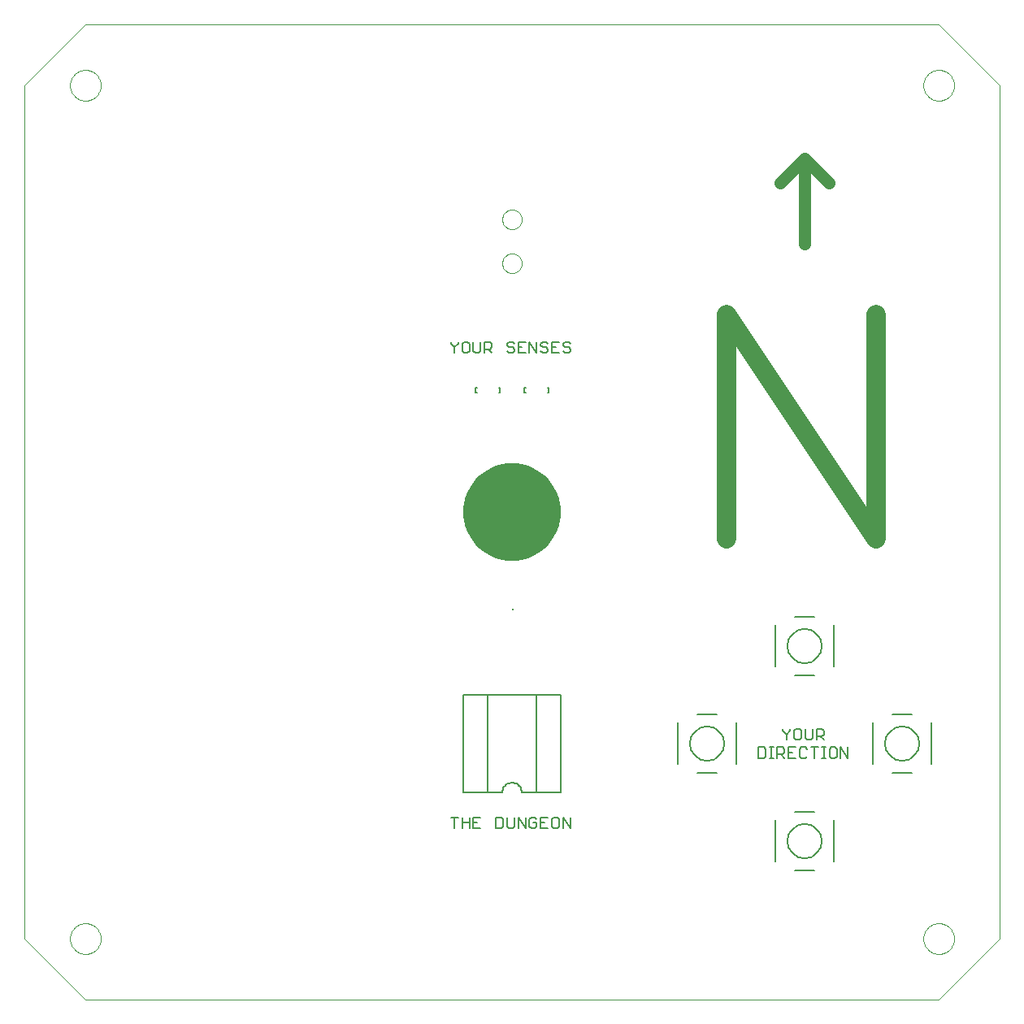
<source format=gto>
G75*
%MOIN*%
%OFA0B0*%
%FSLAX24Y24*%
%IPPOS*%
%LPD*%
%AMOC8*
5,1,8,0,0,1.08239X$1,22.5*
%
%ADD10C,0.0000*%
%ADD11C,0.0800*%
%ADD12C,0.0050*%
%ADD13C,0.0500*%
%ADD14C,0.2000*%
%ADD15C,0.0080*%
%ADD16C,0.0060*%
%ADD17R,0.0079X0.0079*%
D10*
X002680Y003220D02*
X005180Y000720D01*
X040180Y000720D01*
X042680Y003220D01*
X042680Y038220D01*
X040180Y040716D01*
X005180Y040716D01*
X002680Y038220D01*
X002680Y003220D01*
X004550Y003220D02*
X004552Y003270D01*
X004558Y003320D01*
X004568Y003369D01*
X004582Y003417D01*
X004599Y003464D01*
X004620Y003509D01*
X004645Y003553D01*
X004673Y003594D01*
X004705Y003633D01*
X004739Y003670D01*
X004776Y003704D01*
X004816Y003734D01*
X004858Y003761D01*
X004902Y003785D01*
X004948Y003806D01*
X004995Y003822D01*
X005043Y003835D01*
X005093Y003844D01*
X005142Y003849D01*
X005193Y003850D01*
X005243Y003847D01*
X005292Y003840D01*
X005341Y003829D01*
X005389Y003814D01*
X005435Y003796D01*
X005480Y003774D01*
X005523Y003748D01*
X005564Y003719D01*
X005603Y003687D01*
X005639Y003652D01*
X005671Y003614D01*
X005701Y003574D01*
X005728Y003531D01*
X005751Y003487D01*
X005770Y003441D01*
X005786Y003393D01*
X005798Y003344D01*
X005806Y003295D01*
X005810Y003245D01*
X005810Y003195D01*
X005806Y003145D01*
X005798Y003096D01*
X005786Y003047D01*
X005770Y002999D01*
X005751Y002953D01*
X005728Y002909D01*
X005701Y002866D01*
X005671Y002826D01*
X005639Y002788D01*
X005603Y002753D01*
X005564Y002721D01*
X005523Y002692D01*
X005480Y002666D01*
X005435Y002644D01*
X005389Y002626D01*
X005341Y002611D01*
X005292Y002600D01*
X005243Y002593D01*
X005193Y002590D01*
X005142Y002591D01*
X005093Y002596D01*
X005043Y002605D01*
X004995Y002618D01*
X004948Y002634D01*
X004902Y002655D01*
X004858Y002679D01*
X004816Y002706D01*
X004776Y002736D01*
X004739Y002770D01*
X004705Y002807D01*
X004673Y002846D01*
X004645Y002887D01*
X004620Y002931D01*
X004599Y002976D01*
X004582Y003023D01*
X004568Y003071D01*
X004558Y003120D01*
X004552Y003170D01*
X004550Y003220D01*
X022280Y030920D02*
X022282Y030960D01*
X022288Y030999D01*
X022298Y031038D01*
X022311Y031075D01*
X022329Y031111D01*
X022350Y031145D01*
X022374Y031177D01*
X022401Y031206D01*
X022431Y031233D01*
X022463Y031256D01*
X022498Y031276D01*
X022534Y031292D01*
X022572Y031305D01*
X022611Y031314D01*
X022650Y031319D01*
X022690Y031320D01*
X022730Y031317D01*
X022769Y031310D01*
X022807Y031299D01*
X022845Y031285D01*
X022880Y031266D01*
X022913Y031245D01*
X022945Y031220D01*
X022973Y031192D01*
X022999Y031162D01*
X023021Y031129D01*
X023040Y031094D01*
X023056Y031057D01*
X023068Y031019D01*
X023076Y030980D01*
X023080Y030940D01*
X023080Y030900D01*
X023076Y030860D01*
X023068Y030821D01*
X023056Y030783D01*
X023040Y030746D01*
X023021Y030711D01*
X022999Y030678D01*
X022973Y030648D01*
X022945Y030620D01*
X022913Y030595D01*
X022880Y030574D01*
X022845Y030555D01*
X022807Y030541D01*
X022769Y030530D01*
X022730Y030523D01*
X022690Y030520D01*
X022650Y030521D01*
X022611Y030526D01*
X022572Y030535D01*
X022534Y030548D01*
X022498Y030564D01*
X022463Y030584D01*
X022431Y030607D01*
X022401Y030634D01*
X022374Y030663D01*
X022350Y030695D01*
X022329Y030729D01*
X022311Y030765D01*
X022298Y030802D01*
X022288Y030841D01*
X022282Y030880D01*
X022280Y030920D01*
X022280Y032720D02*
X022282Y032760D01*
X022288Y032799D01*
X022298Y032838D01*
X022311Y032875D01*
X022329Y032911D01*
X022350Y032945D01*
X022374Y032977D01*
X022401Y033006D01*
X022431Y033033D01*
X022463Y033056D01*
X022498Y033076D01*
X022534Y033092D01*
X022572Y033105D01*
X022611Y033114D01*
X022650Y033119D01*
X022690Y033120D01*
X022730Y033117D01*
X022769Y033110D01*
X022807Y033099D01*
X022845Y033085D01*
X022880Y033066D01*
X022913Y033045D01*
X022945Y033020D01*
X022973Y032992D01*
X022999Y032962D01*
X023021Y032929D01*
X023040Y032894D01*
X023056Y032857D01*
X023068Y032819D01*
X023076Y032780D01*
X023080Y032740D01*
X023080Y032700D01*
X023076Y032660D01*
X023068Y032621D01*
X023056Y032583D01*
X023040Y032546D01*
X023021Y032511D01*
X022999Y032478D01*
X022973Y032448D01*
X022945Y032420D01*
X022913Y032395D01*
X022880Y032374D01*
X022845Y032355D01*
X022807Y032341D01*
X022769Y032330D01*
X022730Y032323D01*
X022690Y032320D01*
X022650Y032321D01*
X022611Y032326D01*
X022572Y032335D01*
X022534Y032348D01*
X022498Y032364D01*
X022463Y032384D01*
X022431Y032407D01*
X022401Y032434D01*
X022374Y032463D01*
X022350Y032495D01*
X022329Y032529D01*
X022311Y032565D01*
X022298Y032602D01*
X022288Y032641D01*
X022282Y032680D01*
X022280Y032720D01*
X004550Y038220D02*
X004552Y038270D01*
X004558Y038320D01*
X004568Y038369D01*
X004582Y038417D01*
X004599Y038464D01*
X004620Y038509D01*
X004645Y038553D01*
X004673Y038594D01*
X004705Y038633D01*
X004739Y038670D01*
X004776Y038704D01*
X004816Y038734D01*
X004858Y038761D01*
X004902Y038785D01*
X004948Y038806D01*
X004995Y038822D01*
X005043Y038835D01*
X005093Y038844D01*
X005142Y038849D01*
X005193Y038850D01*
X005243Y038847D01*
X005292Y038840D01*
X005341Y038829D01*
X005389Y038814D01*
X005435Y038796D01*
X005480Y038774D01*
X005523Y038748D01*
X005564Y038719D01*
X005603Y038687D01*
X005639Y038652D01*
X005671Y038614D01*
X005701Y038574D01*
X005728Y038531D01*
X005751Y038487D01*
X005770Y038441D01*
X005786Y038393D01*
X005798Y038344D01*
X005806Y038295D01*
X005810Y038245D01*
X005810Y038195D01*
X005806Y038145D01*
X005798Y038096D01*
X005786Y038047D01*
X005770Y037999D01*
X005751Y037953D01*
X005728Y037909D01*
X005701Y037866D01*
X005671Y037826D01*
X005639Y037788D01*
X005603Y037753D01*
X005564Y037721D01*
X005523Y037692D01*
X005480Y037666D01*
X005435Y037644D01*
X005389Y037626D01*
X005341Y037611D01*
X005292Y037600D01*
X005243Y037593D01*
X005193Y037590D01*
X005142Y037591D01*
X005093Y037596D01*
X005043Y037605D01*
X004995Y037618D01*
X004948Y037634D01*
X004902Y037655D01*
X004858Y037679D01*
X004816Y037706D01*
X004776Y037736D01*
X004739Y037770D01*
X004705Y037807D01*
X004673Y037846D01*
X004645Y037887D01*
X004620Y037931D01*
X004599Y037976D01*
X004582Y038023D01*
X004568Y038071D01*
X004558Y038120D01*
X004552Y038170D01*
X004550Y038220D01*
X039550Y038220D02*
X039552Y038270D01*
X039558Y038320D01*
X039568Y038369D01*
X039582Y038417D01*
X039599Y038464D01*
X039620Y038509D01*
X039645Y038553D01*
X039673Y038594D01*
X039705Y038633D01*
X039739Y038670D01*
X039776Y038704D01*
X039816Y038734D01*
X039858Y038761D01*
X039902Y038785D01*
X039948Y038806D01*
X039995Y038822D01*
X040043Y038835D01*
X040093Y038844D01*
X040142Y038849D01*
X040193Y038850D01*
X040243Y038847D01*
X040292Y038840D01*
X040341Y038829D01*
X040389Y038814D01*
X040435Y038796D01*
X040480Y038774D01*
X040523Y038748D01*
X040564Y038719D01*
X040603Y038687D01*
X040639Y038652D01*
X040671Y038614D01*
X040701Y038574D01*
X040728Y038531D01*
X040751Y038487D01*
X040770Y038441D01*
X040786Y038393D01*
X040798Y038344D01*
X040806Y038295D01*
X040810Y038245D01*
X040810Y038195D01*
X040806Y038145D01*
X040798Y038096D01*
X040786Y038047D01*
X040770Y037999D01*
X040751Y037953D01*
X040728Y037909D01*
X040701Y037866D01*
X040671Y037826D01*
X040639Y037788D01*
X040603Y037753D01*
X040564Y037721D01*
X040523Y037692D01*
X040480Y037666D01*
X040435Y037644D01*
X040389Y037626D01*
X040341Y037611D01*
X040292Y037600D01*
X040243Y037593D01*
X040193Y037590D01*
X040142Y037591D01*
X040093Y037596D01*
X040043Y037605D01*
X039995Y037618D01*
X039948Y037634D01*
X039902Y037655D01*
X039858Y037679D01*
X039816Y037706D01*
X039776Y037736D01*
X039739Y037770D01*
X039705Y037807D01*
X039673Y037846D01*
X039645Y037887D01*
X039620Y037931D01*
X039599Y037976D01*
X039582Y038023D01*
X039568Y038071D01*
X039558Y038120D01*
X039552Y038170D01*
X039550Y038220D01*
X039550Y003220D02*
X039552Y003270D01*
X039558Y003320D01*
X039568Y003369D01*
X039582Y003417D01*
X039599Y003464D01*
X039620Y003509D01*
X039645Y003553D01*
X039673Y003594D01*
X039705Y003633D01*
X039739Y003670D01*
X039776Y003704D01*
X039816Y003734D01*
X039858Y003761D01*
X039902Y003785D01*
X039948Y003806D01*
X039995Y003822D01*
X040043Y003835D01*
X040093Y003844D01*
X040142Y003849D01*
X040193Y003850D01*
X040243Y003847D01*
X040292Y003840D01*
X040341Y003829D01*
X040389Y003814D01*
X040435Y003796D01*
X040480Y003774D01*
X040523Y003748D01*
X040564Y003719D01*
X040603Y003687D01*
X040639Y003652D01*
X040671Y003614D01*
X040701Y003574D01*
X040728Y003531D01*
X040751Y003487D01*
X040770Y003441D01*
X040786Y003393D01*
X040798Y003344D01*
X040806Y003295D01*
X040810Y003245D01*
X040810Y003195D01*
X040806Y003145D01*
X040798Y003096D01*
X040786Y003047D01*
X040770Y002999D01*
X040751Y002953D01*
X040728Y002909D01*
X040701Y002866D01*
X040671Y002826D01*
X040639Y002788D01*
X040603Y002753D01*
X040564Y002721D01*
X040523Y002692D01*
X040480Y002666D01*
X040435Y002644D01*
X040389Y002626D01*
X040341Y002611D01*
X040292Y002600D01*
X040243Y002593D01*
X040193Y002590D01*
X040142Y002591D01*
X040093Y002596D01*
X040043Y002605D01*
X039995Y002618D01*
X039948Y002634D01*
X039902Y002655D01*
X039858Y002679D01*
X039816Y002706D01*
X039776Y002736D01*
X039739Y002770D01*
X039705Y002807D01*
X039673Y002846D01*
X039645Y002887D01*
X039620Y002931D01*
X039599Y002976D01*
X039582Y003023D01*
X039568Y003071D01*
X039558Y003120D01*
X039552Y003170D01*
X039550Y003220D01*
D11*
X037615Y019620D02*
X037615Y028828D01*
X031476Y028828D02*
X037615Y019620D01*
X031476Y019620D02*
X031476Y028828D01*
D12*
X025077Y027620D02*
X025002Y027695D01*
X024852Y027695D01*
X024777Y027620D01*
X024777Y027545D01*
X024852Y027470D01*
X025002Y027470D01*
X025077Y027395D01*
X025077Y027320D01*
X025002Y027245D01*
X024852Y027245D01*
X024777Y027320D01*
X024617Y027245D02*
X024316Y027245D01*
X024316Y027695D01*
X024617Y027695D01*
X024466Y027470D02*
X024316Y027470D01*
X024156Y027395D02*
X024156Y027320D01*
X024081Y027245D01*
X023931Y027245D01*
X023856Y027320D01*
X023931Y027470D02*
X023856Y027545D01*
X023856Y027620D01*
X023931Y027695D01*
X024081Y027695D01*
X024156Y027620D01*
X024081Y027470D02*
X024156Y027395D01*
X024081Y027470D02*
X023931Y027470D01*
X023696Y027245D02*
X023696Y027695D01*
X023396Y027695D02*
X023396Y027245D01*
X023235Y027245D02*
X022935Y027245D01*
X022935Y027695D01*
X023235Y027695D01*
X023396Y027695D02*
X023696Y027245D01*
X023085Y027470D02*
X022935Y027470D01*
X022775Y027395D02*
X022775Y027320D01*
X022700Y027245D01*
X022550Y027245D01*
X022475Y027320D01*
X022550Y027470D02*
X022475Y027545D01*
X022475Y027620D01*
X022550Y027695D01*
X022700Y027695D01*
X022775Y027620D01*
X022700Y027470D02*
X022775Y027395D01*
X022700Y027470D02*
X022550Y027470D01*
X021854Y027470D02*
X021779Y027395D01*
X021554Y027395D01*
X021554Y027245D02*
X021554Y027695D01*
X021779Y027695D01*
X021854Y027620D01*
X021854Y027470D01*
X021704Y027395D02*
X021854Y027245D01*
X021394Y027320D02*
X021394Y027695D01*
X021094Y027695D02*
X021094Y027320D01*
X021169Y027245D01*
X021319Y027245D01*
X021394Y027320D01*
X020933Y027320D02*
X020933Y027620D01*
X020858Y027695D01*
X020708Y027695D01*
X020633Y027620D01*
X020633Y027320D01*
X020708Y027245D01*
X020858Y027245D01*
X020933Y027320D01*
X020473Y027620D02*
X020473Y027695D01*
X020473Y027620D02*
X020323Y027470D01*
X020323Y027245D01*
X020323Y027470D02*
X020173Y027620D01*
X020173Y027695D01*
X033784Y011820D02*
X033784Y011745D01*
X033934Y011595D01*
X033934Y011370D01*
X033934Y011595D02*
X034084Y011745D01*
X034084Y011820D01*
X034245Y011745D02*
X034245Y011445D01*
X034320Y011370D01*
X034470Y011370D01*
X034545Y011445D01*
X034545Y011745D01*
X034470Y011820D01*
X034320Y011820D01*
X034245Y011745D01*
X034705Y011820D02*
X034705Y011445D01*
X034780Y011370D01*
X034930Y011370D01*
X035005Y011445D01*
X035005Y011820D01*
X035165Y011820D02*
X035391Y011820D01*
X035466Y011745D01*
X035466Y011595D01*
X035391Y011520D01*
X035165Y011520D01*
X035165Y011370D02*
X035165Y011820D01*
X035316Y011520D02*
X035466Y011370D01*
X035471Y011070D02*
X035471Y010620D01*
X035396Y010620D02*
X035546Y010620D01*
X035703Y010695D02*
X035778Y010620D01*
X035928Y010620D01*
X036003Y010695D01*
X036003Y010995D01*
X035928Y011070D01*
X035778Y011070D01*
X035703Y010995D01*
X035703Y010695D01*
X035546Y011070D02*
X035396Y011070D01*
X035235Y011070D02*
X034935Y011070D01*
X035085Y011070D02*
X035085Y010620D01*
X034775Y010695D02*
X034700Y010620D01*
X034550Y010620D01*
X034475Y010695D01*
X034475Y010995D01*
X034550Y011070D01*
X034700Y011070D01*
X034775Y010995D01*
X034315Y011070D02*
X034014Y011070D01*
X034014Y010620D01*
X034315Y010620D01*
X034165Y010845D02*
X034014Y010845D01*
X033854Y010845D02*
X033779Y010770D01*
X033554Y010770D01*
X033554Y010620D02*
X033554Y011070D01*
X033779Y011070D01*
X033854Y010995D01*
X033854Y010845D01*
X033704Y010770D02*
X033854Y010620D01*
X033397Y010620D02*
X033247Y010620D01*
X033322Y010620D02*
X033322Y011070D01*
X033247Y011070D02*
X033397Y011070D01*
X033087Y010995D02*
X033012Y011070D01*
X032787Y011070D01*
X032787Y010620D01*
X033012Y010620D01*
X033087Y010695D01*
X033087Y010995D01*
X036163Y011070D02*
X036163Y010620D01*
X036463Y010620D02*
X036163Y011070D01*
X036463Y011070D02*
X036463Y010620D01*
X025077Y008195D02*
X025077Y007745D01*
X024777Y008195D01*
X024777Y007745D01*
X024617Y007820D02*
X024617Y008120D01*
X024542Y008195D01*
X024391Y008195D01*
X024316Y008120D01*
X024316Y007820D01*
X024391Y007745D01*
X024542Y007745D01*
X024617Y007820D01*
X024156Y007745D02*
X023856Y007745D01*
X023856Y008195D01*
X024156Y008195D01*
X024006Y007970D02*
X023856Y007970D01*
X023696Y007970D02*
X023546Y007970D01*
X023696Y007970D02*
X023696Y007820D01*
X023621Y007745D01*
X023471Y007745D01*
X023396Y007820D01*
X023396Y008120D01*
X023471Y008195D01*
X023621Y008195D01*
X023696Y008120D01*
X023235Y008195D02*
X023235Y007745D01*
X022935Y008195D01*
X022935Y007745D01*
X022775Y007820D02*
X022775Y008195D01*
X022475Y008195D02*
X022475Y007820D01*
X022550Y007745D01*
X022700Y007745D01*
X022775Y007820D01*
X022315Y007820D02*
X022315Y008120D01*
X022240Y008195D01*
X022014Y008195D01*
X022014Y007745D01*
X022240Y007745D01*
X022315Y007820D01*
X021394Y007745D02*
X021094Y007745D01*
X021094Y008195D01*
X021394Y008195D01*
X021244Y007970D02*
X021094Y007970D01*
X020933Y007970D02*
X020633Y007970D01*
X020633Y007745D02*
X020633Y008195D01*
X020473Y008195D02*
X020173Y008195D01*
X020323Y008195D02*
X020323Y007745D01*
X020933Y007745D02*
X020933Y008195D01*
D13*
X034680Y031720D02*
X034680Y035220D01*
X035680Y034220D01*
X034680Y035220D02*
X033680Y034220D01*
D14*
X021680Y020720D02*
X021682Y020783D01*
X021688Y020845D01*
X021698Y020907D01*
X021711Y020969D01*
X021729Y021029D01*
X021750Y021088D01*
X021775Y021146D01*
X021804Y021202D01*
X021836Y021256D01*
X021871Y021308D01*
X021909Y021357D01*
X021951Y021405D01*
X021995Y021449D01*
X022043Y021491D01*
X022092Y021529D01*
X022144Y021564D01*
X022198Y021596D01*
X022254Y021625D01*
X022312Y021650D01*
X022371Y021671D01*
X022431Y021689D01*
X022493Y021702D01*
X022555Y021712D01*
X022617Y021718D01*
X022680Y021720D01*
X022743Y021718D01*
X022805Y021712D01*
X022867Y021702D01*
X022929Y021689D01*
X022989Y021671D01*
X023048Y021650D01*
X023106Y021625D01*
X023162Y021596D01*
X023216Y021564D01*
X023268Y021529D01*
X023317Y021491D01*
X023365Y021449D01*
X023409Y021405D01*
X023451Y021357D01*
X023489Y021308D01*
X023524Y021256D01*
X023556Y021202D01*
X023585Y021146D01*
X023610Y021088D01*
X023631Y021029D01*
X023649Y020969D01*
X023662Y020907D01*
X023672Y020845D01*
X023678Y020783D01*
X023680Y020720D01*
X023678Y020657D01*
X023672Y020595D01*
X023662Y020533D01*
X023649Y020471D01*
X023631Y020411D01*
X023610Y020352D01*
X023585Y020294D01*
X023556Y020238D01*
X023524Y020184D01*
X023489Y020132D01*
X023451Y020083D01*
X023409Y020035D01*
X023365Y019991D01*
X023317Y019949D01*
X023268Y019911D01*
X023216Y019876D01*
X023162Y019844D01*
X023106Y019815D01*
X023048Y019790D01*
X022989Y019769D01*
X022929Y019751D01*
X022867Y019738D01*
X022805Y019728D01*
X022743Y019722D01*
X022680Y019720D01*
X022617Y019722D01*
X022555Y019728D01*
X022493Y019738D01*
X022431Y019751D01*
X022371Y019769D01*
X022312Y019790D01*
X022254Y019815D01*
X022198Y019844D01*
X022144Y019876D01*
X022092Y019911D01*
X022043Y019949D01*
X021995Y019991D01*
X021951Y020035D01*
X021909Y020083D01*
X021871Y020132D01*
X021836Y020184D01*
X021804Y020238D01*
X021775Y020294D01*
X021750Y020352D01*
X021729Y020411D01*
X021711Y020471D01*
X021698Y020533D01*
X021688Y020595D01*
X021682Y020657D01*
X021680Y020720D01*
D15*
X029480Y012070D02*
X029480Y010370D01*
X030280Y010020D02*
X031073Y010020D01*
X031880Y010370D02*
X031880Y012070D01*
X031085Y012420D02*
X030280Y012420D01*
X029980Y011220D02*
X029982Y011272D01*
X029988Y011324D01*
X029998Y011376D01*
X030011Y011426D01*
X030028Y011476D01*
X030049Y011524D01*
X030074Y011570D01*
X030102Y011614D01*
X030133Y011656D01*
X030167Y011696D01*
X030204Y011733D01*
X030244Y011767D01*
X030286Y011798D01*
X030330Y011826D01*
X030376Y011851D01*
X030424Y011872D01*
X030474Y011889D01*
X030524Y011902D01*
X030576Y011912D01*
X030628Y011918D01*
X030680Y011920D01*
X030732Y011918D01*
X030784Y011912D01*
X030836Y011902D01*
X030886Y011889D01*
X030936Y011872D01*
X030984Y011851D01*
X031030Y011826D01*
X031074Y011798D01*
X031116Y011767D01*
X031156Y011733D01*
X031193Y011696D01*
X031227Y011656D01*
X031258Y011614D01*
X031286Y011570D01*
X031311Y011524D01*
X031332Y011476D01*
X031349Y011426D01*
X031362Y011376D01*
X031372Y011324D01*
X031378Y011272D01*
X031380Y011220D01*
X031378Y011168D01*
X031372Y011116D01*
X031362Y011064D01*
X031349Y011014D01*
X031332Y010964D01*
X031311Y010916D01*
X031286Y010870D01*
X031258Y010826D01*
X031227Y010784D01*
X031193Y010744D01*
X031156Y010707D01*
X031116Y010673D01*
X031074Y010642D01*
X031030Y010614D01*
X030984Y010589D01*
X030936Y010568D01*
X030886Y010551D01*
X030836Y010538D01*
X030784Y010528D01*
X030732Y010522D01*
X030680Y010520D01*
X030628Y010522D01*
X030576Y010528D01*
X030524Y010538D01*
X030474Y010551D01*
X030424Y010568D01*
X030376Y010589D01*
X030330Y010614D01*
X030286Y010642D01*
X030244Y010673D01*
X030204Y010707D01*
X030167Y010744D01*
X030133Y010784D01*
X030102Y010826D01*
X030074Y010870D01*
X030049Y010916D01*
X030028Y010964D01*
X030011Y011014D01*
X029998Y011064D01*
X029988Y011116D01*
X029982Y011168D01*
X029980Y011220D01*
X033480Y014370D02*
X033480Y016070D01*
X034280Y016420D02*
X035085Y016420D01*
X035880Y016070D02*
X035880Y014370D01*
X035073Y014020D02*
X034280Y014020D01*
X033980Y015220D02*
X033982Y015272D01*
X033988Y015324D01*
X033998Y015376D01*
X034011Y015426D01*
X034028Y015476D01*
X034049Y015524D01*
X034074Y015570D01*
X034102Y015614D01*
X034133Y015656D01*
X034167Y015696D01*
X034204Y015733D01*
X034244Y015767D01*
X034286Y015798D01*
X034330Y015826D01*
X034376Y015851D01*
X034424Y015872D01*
X034474Y015889D01*
X034524Y015902D01*
X034576Y015912D01*
X034628Y015918D01*
X034680Y015920D01*
X034732Y015918D01*
X034784Y015912D01*
X034836Y015902D01*
X034886Y015889D01*
X034936Y015872D01*
X034984Y015851D01*
X035030Y015826D01*
X035074Y015798D01*
X035116Y015767D01*
X035156Y015733D01*
X035193Y015696D01*
X035227Y015656D01*
X035258Y015614D01*
X035286Y015570D01*
X035311Y015524D01*
X035332Y015476D01*
X035349Y015426D01*
X035362Y015376D01*
X035372Y015324D01*
X035378Y015272D01*
X035380Y015220D01*
X035378Y015168D01*
X035372Y015116D01*
X035362Y015064D01*
X035349Y015014D01*
X035332Y014964D01*
X035311Y014916D01*
X035286Y014870D01*
X035258Y014826D01*
X035227Y014784D01*
X035193Y014744D01*
X035156Y014707D01*
X035116Y014673D01*
X035074Y014642D01*
X035030Y014614D01*
X034984Y014589D01*
X034936Y014568D01*
X034886Y014551D01*
X034836Y014538D01*
X034784Y014528D01*
X034732Y014522D01*
X034680Y014520D01*
X034628Y014522D01*
X034576Y014528D01*
X034524Y014538D01*
X034474Y014551D01*
X034424Y014568D01*
X034376Y014589D01*
X034330Y014614D01*
X034286Y014642D01*
X034244Y014673D01*
X034204Y014707D01*
X034167Y014744D01*
X034133Y014784D01*
X034102Y014826D01*
X034074Y014870D01*
X034049Y014916D01*
X034028Y014964D01*
X034011Y015014D01*
X033998Y015064D01*
X033988Y015116D01*
X033982Y015168D01*
X033980Y015220D01*
X037480Y012070D02*
X037480Y010370D01*
X038275Y010020D02*
X039080Y010020D01*
X039880Y010370D02*
X039880Y012070D01*
X039080Y012420D02*
X038287Y012420D01*
X037980Y011220D02*
X037982Y011272D01*
X037988Y011324D01*
X037998Y011376D01*
X038011Y011426D01*
X038028Y011476D01*
X038049Y011524D01*
X038074Y011570D01*
X038102Y011614D01*
X038133Y011656D01*
X038167Y011696D01*
X038204Y011733D01*
X038244Y011767D01*
X038286Y011798D01*
X038330Y011826D01*
X038376Y011851D01*
X038424Y011872D01*
X038474Y011889D01*
X038524Y011902D01*
X038576Y011912D01*
X038628Y011918D01*
X038680Y011920D01*
X038732Y011918D01*
X038784Y011912D01*
X038836Y011902D01*
X038886Y011889D01*
X038936Y011872D01*
X038984Y011851D01*
X039030Y011826D01*
X039074Y011798D01*
X039116Y011767D01*
X039156Y011733D01*
X039193Y011696D01*
X039227Y011656D01*
X039258Y011614D01*
X039286Y011570D01*
X039311Y011524D01*
X039332Y011476D01*
X039349Y011426D01*
X039362Y011376D01*
X039372Y011324D01*
X039378Y011272D01*
X039380Y011220D01*
X039378Y011168D01*
X039372Y011116D01*
X039362Y011064D01*
X039349Y011014D01*
X039332Y010964D01*
X039311Y010916D01*
X039286Y010870D01*
X039258Y010826D01*
X039227Y010784D01*
X039193Y010744D01*
X039156Y010707D01*
X039116Y010673D01*
X039074Y010642D01*
X039030Y010614D01*
X038984Y010589D01*
X038936Y010568D01*
X038886Y010551D01*
X038836Y010538D01*
X038784Y010528D01*
X038732Y010522D01*
X038680Y010520D01*
X038628Y010522D01*
X038576Y010528D01*
X038524Y010538D01*
X038474Y010551D01*
X038424Y010568D01*
X038376Y010589D01*
X038330Y010614D01*
X038286Y010642D01*
X038244Y010673D01*
X038204Y010707D01*
X038167Y010744D01*
X038133Y010784D01*
X038102Y010826D01*
X038074Y010870D01*
X038049Y010916D01*
X038028Y010964D01*
X038011Y011014D01*
X037998Y011064D01*
X037988Y011116D01*
X037982Y011168D01*
X037980Y011220D01*
X035085Y008420D02*
X034280Y008420D01*
X033480Y008070D02*
X033480Y006370D01*
X034280Y006020D02*
X035073Y006020D01*
X035880Y006370D02*
X035880Y008070D01*
X033980Y007220D02*
X033982Y007272D01*
X033988Y007324D01*
X033998Y007376D01*
X034011Y007426D01*
X034028Y007476D01*
X034049Y007524D01*
X034074Y007570D01*
X034102Y007614D01*
X034133Y007656D01*
X034167Y007696D01*
X034204Y007733D01*
X034244Y007767D01*
X034286Y007798D01*
X034330Y007826D01*
X034376Y007851D01*
X034424Y007872D01*
X034474Y007889D01*
X034524Y007902D01*
X034576Y007912D01*
X034628Y007918D01*
X034680Y007920D01*
X034732Y007918D01*
X034784Y007912D01*
X034836Y007902D01*
X034886Y007889D01*
X034936Y007872D01*
X034984Y007851D01*
X035030Y007826D01*
X035074Y007798D01*
X035116Y007767D01*
X035156Y007733D01*
X035193Y007696D01*
X035227Y007656D01*
X035258Y007614D01*
X035286Y007570D01*
X035311Y007524D01*
X035332Y007476D01*
X035349Y007426D01*
X035362Y007376D01*
X035372Y007324D01*
X035378Y007272D01*
X035380Y007220D01*
X035378Y007168D01*
X035372Y007116D01*
X035362Y007064D01*
X035349Y007014D01*
X035332Y006964D01*
X035311Y006916D01*
X035286Y006870D01*
X035258Y006826D01*
X035227Y006784D01*
X035193Y006744D01*
X035156Y006707D01*
X035116Y006673D01*
X035074Y006642D01*
X035030Y006614D01*
X034984Y006589D01*
X034936Y006568D01*
X034886Y006551D01*
X034836Y006538D01*
X034784Y006528D01*
X034732Y006522D01*
X034680Y006520D01*
X034628Y006522D01*
X034576Y006528D01*
X034524Y006538D01*
X034474Y006551D01*
X034424Y006568D01*
X034376Y006589D01*
X034330Y006614D01*
X034286Y006642D01*
X034244Y006673D01*
X034204Y006707D01*
X034167Y006744D01*
X034133Y006784D01*
X034102Y006826D01*
X034074Y006870D01*
X034049Y006916D01*
X034028Y006964D01*
X034011Y007014D01*
X033998Y007064D01*
X033988Y007116D01*
X033982Y007168D01*
X033980Y007220D01*
D16*
X024680Y009220D02*
X023680Y009220D01*
X023080Y009220D01*
X023078Y009259D01*
X023072Y009298D01*
X023063Y009336D01*
X023050Y009373D01*
X023033Y009409D01*
X023013Y009442D01*
X022989Y009474D01*
X022963Y009503D01*
X022934Y009529D01*
X022902Y009553D01*
X022869Y009573D01*
X022833Y009590D01*
X022796Y009603D01*
X022758Y009612D01*
X022719Y009618D01*
X022680Y009620D01*
X022641Y009618D01*
X022602Y009612D01*
X022564Y009603D01*
X022527Y009590D01*
X022491Y009573D01*
X022458Y009553D01*
X022426Y009529D01*
X022397Y009503D01*
X022371Y009474D01*
X022347Y009442D01*
X022327Y009409D01*
X022310Y009373D01*
X022297Y009336D01*
X022288Y009298D01*
X022282Y009259D01*
X022280Y009220D01*
X021680Y009220D01*
X021680Y013220D01*
X023680Y013220D01*
X024680Y013220D01*
X024680Y009220D01*
X023680Y009220D02*
X023680Y013220D01*
X021680Y013220D02*
X020680Y013220D01*
X020680Y009220D01*
X021680Y009220D01*
X021230Y025620D02*
X021180Y025620D01*
X021180Y025820D01*
X021230Y025820D01*
X022130Y025820D02*
X022180Y025820D01*
X022180Y025620D01*
X022130Y025620D01*
X023180Y025620D02*
X023230Y025620D01*
X023180Y025620D02*
X023180Y025820D01*
X023230Y025820D01*
X024130Y025820D02*
X024180Y025820D01*
X024180Y025620D01*
X024130Y025620D01*
D17*
X022719Y016720D03*
M02*

</source>
